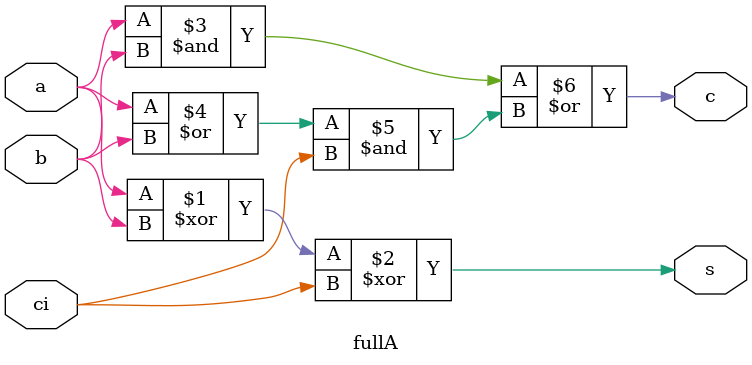
<source format=v>
`timescale 1ns/1ns

module halfA(a, b, s, c);
input a, b;
output s, c;
assign #1 s = a ^ b;
assign #1 c = a & b;
endmodule

module fullA(a, b, ci, s, c);
input a,b,ci;
output s, c;
assign #1 s = a ^ b ^ ci;
assign #1 c = (a & b) | ((a|b)&ci);
endmodule

/*
module test;
reg a,b,ci;
wire s1, c1, s2, c2;
halfA U1(a, b, s1, c1);
fullA U2(a, b, ci, s2, c2);

initial begin
  $dumpfile("adder.vcd");
  $dumpvars();
end

integer i;
initial begin
  for(i=0; i<8; i=i+1) begin
    #0 a = i[0]; b = i[1]; ci = i[2];
    #10 ;
  end
  a = 0; b = 0; ci = 0;
end
endmodule
*/
 

</source>
